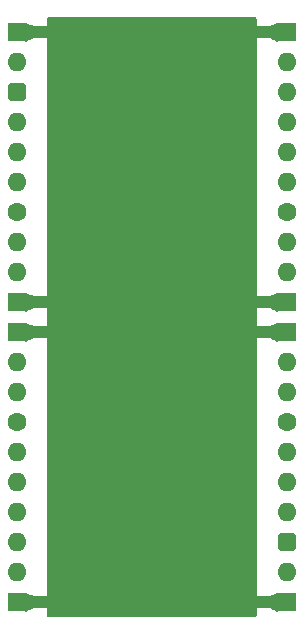
<source format=gbl>
%TF.GenerationSoftware,KiCad,Pcbnew,8.0.7*%
%TF.CreationDate,2025-04-28T07:19:04+02:00*%
%TF.ProjectId,Signal Protection,5369676e-616c-4205-9072-6f7465637469,V1*%
%TF.SameCoordinates,Original*%
%TF.FileFunction,Copper,L2,Bot*%
%TF.FilePolarity,Positive*%
%FSLAX46Y46*%
G04 Gerber Fmt 4.6, Leading zero omitted, Abs format (unit mm)*
G04 Created by KiCad (PCBNEW 8.0.7) date 2025-04-28 07:19:04*
%MOMM*%
%LPD*%
G01*
G04 APERTURE LIST*
G04 Aperture macros list*
%AMRoundRect*
0 Rectangle with rounded corners*
0 $1 Rounding radius*
0 $2 $3 $4 $5 $6 $7 $8 $9 X,Y pos of 4 corners*
0 Add a 4 corners polygon primitive as box body*
4,1,4,$2,$3,$4,$5,$6,$7,$8,$9,$2,$3,0*
0 Add four circle primitives for the rounded corners*
1,1,$1+$1,$2,$3*
1,1,$1+$1,$4,$5*
1,1,$1+$1,$6,$7*
1,1,$1+$1,$8,$9*
0 Add four rect primitives between the rounded corners*
20,1,$1+$1,$2,$3,$4,$5,0*
20,1,$1+$1,$4,$5,$6,$7,0*
20,1,$1+$1,$6,$7,$8,$9,0*
20,1,$1+$1,$8,$9,$2,$3,0*%
G04 Aperture macros list end*
%TA.AperFunction,ComponentPad*%
%ADD10R,1.600000X1.600000*%
%TD*%
%TA.AperFunction,ComponentPad*%
%ADD11O,1.600000X1.600000*%
%TD*%
%TA.AperFunction,ComponentPad*%
%ADD12RoundRect,0.400000X-0.400000X-0.400000X0.400000X-0.400000X0.400000X0.400000X-0.400000X0.400000X0*%
%TD*%
%TA.AperFunction,ComponentPad*%
%ADD13C,1.600000*%
%TD*%
%TA.AperFunction,ViaPad*%
%ADD14C,0.800000*%
%TD*%
%TA.AperFunction,Conductor*%
%ADD15C,1.000000*%
%TD*%
%TA.AperFunction,Conductor*%
%ADD16C,0.300000*%
%TD*%
G04 APERTURE END LIST*
D10*
%TO.P,J4,1,Pin_1*%
%TO.N,/GND*%
X0Y0D03*
D11*
%TO.P,J4,2,Pin_2*%
%TO.N,/GPIO0*%
X0Y-2540000D03*
D12*
%TO.P,J4,3,Pin_3*%
%TO.N,/GPIO1*%
X0Y-5080000D03*
D11*
%TO.P,J4,4,Pin_4*%
%TO.N,/GPIO2*%
X0Y-7620000D03*
%TO.P,J4,5,Pin_5*%
%TO.N,/GPIO3*%
X0Y-10160000D03*
%TO.P,J4,6,Pin_6*%
%TO.N,/GPIO4*%
X0Y-12700000D03*
D13*
%TO.P,J4,7,Pin_7*%
%TO.N,/GPIO5*%
X0Y-15240000D03*
D11*
%TO.P,J4,8,Pin_8*%
%TO.N,/GPIO6*%
X0Y-17780000D03*
%TO.P,J4,9,Pin_9*%
%TO.N,/GPIO7*%
X0Y-20320000D03*
D10*
%TO.P,J4,10,Pin_10*%
%TO.N,/GND*%
X0Y-22860000D03*
%TO.P,J4,11,Pin_11*%
X0Y-25400000D03*
D11*
%TO.P,J4,12,Pin_12*%
%TO.N,/GPIO8*%
X0Y-27940000D03*
%TO.P,J4,13,Pin_13*%
%TO.N,/GPIO9*%
X0Y-30480000D03*
D13*
%TO.P,J4,14,Pin_14*%
%TO.N,/GPIO10*%
X0Y-33020000D03*
D11*
%TO.P,J4,15,Pin_15*%
%TO.N,/GPIO11*%
X0Y-35560000D03*
%TO.P,J4,16,Pin_16*%
%TO.N,/GPIO12*%
X0Y-38100000D03*
%TO.P,J4,17,Pin_17*%
%TO.N,/GPIO13*%
X0Y-40640000D03*
%TO.P,J4,18,Pin_18*%
%TO.N,/GPIO14*%
X0Y-43180000D03*
%TO.P,J4,19,Pin_19*%
%TO.N,/GPIO15*%
X0Y-45720000D03*
D10*
%TO.P,J4,20,Pin_20*%
%TO.N,/GND*%
X0Y-48260000D03*
%TO.P,J4,21,Pin_21*%
X22860000Y-48260000D03*
D11*
%TO.P,J4,22,Pin_22*%
%TO.N,/GPIO_{\u03A9}15*%
X22860000Y-45720000D03*
D12*
%TO.P,J4,23,Pin_23*%
%TO.N,/GPIO_{\u03A9}14*%
X22860000Y-43180000D03*
D11*
%TO.P,J4,24,Pin_24*%
%TO.N,/GPIO_{\u03A9}13*%
X22860000Y-40640000D03*
%TO.P,J4,25,Pin_25*%
%TO.N,/GPIO_{\u03A9}12*%
X22860000Y-38100000D03*
%TO.P,J4,26,Pin_26*%
%TO.N,/GPIO_{\u03A9}11*%
X22860000Y-35560000D03*
D13*
%TO.P,J4,27,Pin_27*%
%TO.N,/GPIO_{\u03A9}10*%
X22860000Y-33020000D03*
D11*
%TO.P,J4,28,Pin_28*%
%TO.N,/GPIO_{\u03A9}9*%
X22860000Y-30480000D03*
%TO.P,J4,29,Pin_29*%
%TO.N,/GPIO_{\u03A9}8*%
X22860000Y-27940000D03*
D10*
%TO.P,J4,30,Pin_30*%
%TO.N,/GND*%
X22860000Y-25400000D03*
%TO.P,J4,31,Pin_31*%
X22860000Y-22860000D03*
D11*
%TO.P,J4,32,Pin_32*%
%TO.N,/GPIO_{\u03A9}7*%
X22860000Y-20320000D03*
%TO.P,J4,33,Pin_33*%
%TO.N,/GPIO_{\u03A9}6*%
X22860000Y-17780000D03*
D13*
%TO.P,J4,34,Pin_34*%
%TO.N,/GPIO_{\u03A9}5*%
X22860000Y-15240000D03*
D11*
%TO.P,J4,35,Pin_35*%
%TO.N,/GPIO_{\u03A9}4*%
X22860000Y-12700000D03*
%TO.P,J4,36,Pin_36*%
%TO.N,/GPIO_{\u03A9}3*%
X22860000Y-10160000D03*
%TO.P,J4,37,Pin_37*%
%TO.N,/GPIO_{\u03A9}2*%
X22860000Y-7620000D03*
%TO.P,J4,38,Pin_38*%
%TO.N,/GPIO_{\u03A9}1*%
X22860000Y-5080000D03*
%TO.P,J4,39,Pin_39*%
%TO.N,/GPIO_{\u03A9}0*%
X22860000Y-2540000D03*
D10*
%TO.P,J4,40,Pin_40*%
%TO.N,/GND*%
X22860000Y0D03*
%TD*%
D14*
%TO.N,/GND*%
X19558000Y-27940000D03*
X19558000Y-12700000D03*
X5969000Y-44450000D03*
X19558000Y-15240000D03*
X19558000Y-35560000D03*
X19558000Y-30480000D03*
X19558000Y-20320000D03*
X5969000Y-39370000D03*
X5969000Y-34290000D03*
X5969000Y-8890000D03*
X19558000Y-33020000D03*
X19558000Y-40640000D03*
X19558000Y-43180000D03*
X19558000Y-17790000D03*
X5969000Y-3810000D03*
X5969000Y-24130000D03*
X5969000Y-13970000D03*
X19558000Y-5080000D03*
X19558002Y-7620000D03*
X19558004Y-10160000D03*
X5969000Y-18923000D03*
X19558000Y-2540000D03*
X19558000Y-38100000D03*
X19558000Y-24130000D03*
X5969000Y-29210000D03*
X19558008Y-45720000D03*
%TD*%
D15*
%TO.N,/GND*%
X19685000Y-25527000D02*
G75*
G03*
X19685000Y-25273000I-127000J127000D01*
G01*
X19991605Y-25400000D02*
G75*
G03*
X19684998Y-25526998I-5J-433600D01*
G01*
X19685000Y-25273000D02*
G75*
G03*
X19991605Y-25399998I306600J306600D01*
G01*
X19685000Y-22987000D02*
G75*
G03*
X19685000Y-22733000I-127000J127000D01*
G01*
X19991605Y-22860000D02*
G75*
G03*
X19684998Y-22986998I-5J-433600D01*
G01*
X19685000Y-22733000D02*
G75*
G03*
X19991605Y-22859998I306600J306600D01*
G01*
X5969000Y-45529500D02*
G75*
G02*
X5205678Y-47372321I-2606140J0D01*
G01*
X5969000Y-21342382D02*
G75*
G02*
X5524499Y-22415499I-1517620J2D01*
G01*
X19685000Y-22987000D02*
G75*
G03*
X19558002Y-23293605I306600J-306600D01*
G01*
X19685000Y-25527000D02*
G75*
G03*
X19558002Y-25833605I306600J-306600D01*
G01*
X19991605Y0D02*
G75*
G03*
X19684999Y-126998I-5J-433600D01*
G01*
X5834296Y-23614296D02*
G75*
G02*
X5969002Y-23939500I-325196J-325204D01*
G01*
X19685000Y-126999D02*
G75*
G03*
X19558001Y-433605I306600J-306601D01*
G01*
X5143500Y-47434500D02*
G75*
G02*
X3150566Y-48260003I-1992940J1992940D01*
G01*
X5524500Y-444500D02*
G75*
G02*
X5968993Y-1517617I-1073100J-1073100D01*
G01*
X4451382Y-22860000D02*
G75*
G03*
X5524505Y-22415505I18J1517600D01*
G01*
X5524500Y-23304500D02*
G75*
G03*
X4451382Y-22860007I-1073100J-1073100D01*
G01*
X5524500Y-22415500D02*
G75*
G03*
X5524500Y-23304500I444500J-444500D01*
G01*
X19558008Y-47826408D02*
G75*
G03*
X19685008Y-48133000I433592J8D01*
G01*
X19558000Y-24966394D02*
G75*
G03*
X19684998Y-25273002I433600J-6D01*
G01*
X5588000Y-25781000D02*
G75*
G02*
X5968994Y-26700815I-919800J-919800D01*
G01*
X4668184Y-25400000D02*
G75*
G03*
X5588005Y-25019005I16J1300800D01*
G01*
X5588000Y-25781000D02*
G75*
G03*
X4668184Y-25400006I-919800J-919800D01*
G01*
X5587999Y-25018999D02*
G75*
G03*
X5587999Y-25781001I381001J-381001D01*
G01*
X19558000Y-22426394D02*
G75*
G03*
X19684998Y-22733002I433600J-6D01*
G01*
X5524500Y-444500D02*
G75*
G03*
X4451382Y-7I-1073100J-1073100D01*
G01*
X19685004Y-48133004D02*
G75*
G03*
X19991599Y-48259998I306596J306604D01*
G01*
X5969000Y-24384000D02*
G75*
G02*
X5789392Y-24817603I-613200J0D01*
G01*
X5587999Y-25018999D02*
X5789394Y-24817605D01*
X5969000Y-24130000D02*
X5969000Y-24384000D01*
X5969000Y-24130000D02*
X5969000Y-23939500D01*
X5834296Y-23614296D02*
X5524500Y-23304500D01*
X5969000Y-21342382D02*
X5969000Y-18923000D01*
X4451382Y-22860000D02*
X0Y-22860000D01*
X5969000Y-29210000D02*
X5969000Y-26700815D01*
X4668184Y-25400000D02*
X0Y-25400000D01*
X19558000Y-20320000D02*
X19558000Y-22426394D01*
X19558000Y-23293605D02*
X19558000Y-24130000D01*
X19991605Y-22860000D02*
X22860000Y-22860000D01*
X5969000Y-3810000D02*
X5969000Y-1517617D01*
X4451382Y0D02*
X0Y0D01*
X19558000Y-2540000D02*
X19558000Y-433605D01*
X19991605Y0D02*
X22860000Y0D01*
D16*
X19558000Y-5080000D02*
X19558000Y-2540000D01*
X19558002Y-5080002D02*
X19558000Y-5080000D01*
X19558002Y-7620000D02*
X19558002Y-5080002D01*
X19558004Y-7620002D02*
X19558002Y-7620000D01*
X19558004Y-10160000D02*
X19558004Y-7620002D01*
X19558000Y-10160004D02*
X19558000Y-12700000D01*
X19558000Y-10160004D02*
X19558004Y-10160000D01*
X19558000Y-15240000D02*
X19558000Y-12700000D01*
X19558000Y-15240000D02*
X19558000Y-17790000D01*
X19558000Y-20320000D02*
X19558000Y-17790000D01*
D15*
X19558000Y-24130000D02*
X19558000Y-24966394D01*
X19558000Y-27940000D02*
X19558000Y-25833605D01*
X19991605Y-25400000D02*
X22860000Y-25400000D01*
D16*
X19558000Y-27940000D02*
X19558000Y-30480000D01*
X19558000Y-33020000D02*
X19558000Y-30480000D01*
X19558000Y-33020000D02*
X19558000Y-35560000D01*
X19558000Y-35560000D02*
X19558000Y-38100000D01*
X19558000Y-40640000D02*
X19558000Y-38100000D01*
X19558000Y-43180000D02*
X19558000Y-40640000D01*
X19558008Y-43180008D02*
X19558008Y-45720000D01*
X19558008Y-43180008D02*
X19558000Y-43180000D01*
D15*
X19558008Y-45720000D02*
X19558008Y-47826408D01*
X19991599Y-48260000D02*
X22860000Y-48260000D01*
X5205678Y-47372321D02*
X5143500Y-47434500D01*
X3150566Y-48260000D02*
X0Y-48260000D01*
X5969000Y-44450000D02*
X5969000Y-45529500D01*
D16*
X5969000Y-39370000D02*
X5969000Y-34290000D01*
X5969000Y-44450000D02*
X5969000Y-39370000D01*
X5969000Y-34290000D02*
X5969000Y-29210000D01*
X5969000Y-13970000D02*
X5969000Y-8890000D01*
X5969000Y-8890000D02*
X5969000Y-3810000D01*
X5969000Y-13970000D02*
X5969000Y-18923000D01*
%TD*%
%TA.AperFunction,Conductor*%
%TO.N,/GND*%
G36*
X20245500Y1250038D02*
G01*
X20300038Y1195500D01*
X20320000Y1121000D01*
X20320000Y-49381000D01*
X20300038Y-49455500D01*
X20245500Y-49510038D01*
X20171000Y-49530000D01*
X2689000Y-49530000D01*
X2614500Y-49510038D01*
X2559962Y-49455500D01*
X2540000Y-49381000D01*
X2540000Y1121000D01*
X2559962Y1195500D01*
X2614500Y1250038D01*
X2689000Y1270000D01*
X20171000Y1270000D01*
X20245500Y1250038D01*
G37*
%TD.AperFunction*%
%TD*%
%TA.AperFunction,Conductor*%
%TO.N,/GND*%
G36*
X807825Y-22064695D02*
G01*
X960000Y-22156000D01*
X1120000Y-22234000D01*
X1120003Y-22234001D01*
X1120007Y-22234003D01*
X1199999Y-22264000D01*
X1279999Y-22294000D01*
X1439999Y-22336000D01*
X1590036Y-22358505D01*
X1597709Y-22363122D01*
X1600000Y-22370076D01*
X1600000Y-23349923D01*
X1596573Y-23358196D01*
X1590036Y-23361494D01*
X1470385Y-23379442D01*
X1439999Y-23384000D01*
X1279999Y-23426000D01*
X1279997Y-23426000D01*
X1279992Y-23426002D01*
X1120007Y-23485996D01*
X960008Y-23563995D01*
X807828Y-23655303D01*
X798970Y-23656621D01*
X793540Y-23653548D01*
X625778Y-23485996D01*
X7287Y-22868277D01*
X3856Y-22860007D01*
X7278Y-22851732D01*
X7288Y-22851722D01*
X489536Y-22370076D01*
X793541Y-22066450D01*
X801815Y-22063029D01*
X807825Y-22064695D01*
G37*
%TD.AperFunction*%
%TD*%
%TA.AperFunction,Conductor*%
%TO.N,/GND*%
G36*
X807825Y-24604695D02*
G01*
X960000Y-24696000D01*
X1120000Y-24774000D01*
X1120003Y-24774001D01*
X1120007Y-24774003D01*
X1199999Y-24804000D01*
X1279999Y-24834000D01*
X1439999Y-24876000D01*
X1590036Y-24898505D01*
X1597709Y-24903122D01*
X1600000Y-24910076D01*
X1600000Y-25889923D01*
X1596573Y-25898196D01*
X1590036Y-25901494D01*
X1470385Y-25919442D01*
X1439999Y-25924000D01*
X1279999Y-25966000D01*
X1279997Y-25966000D01*
X1279992Y-25966002D01*
X1120007Y-26025996D01*
X960008Y-26103995D01*
X807828Y-26195303D01*
X798970Y-26196621D01*
X793540Y-26193548D01*
X625778Y-26025996D01*
X7287Y-25408277D01*
X3856Y-25400007D01*
X7278Y-25391732D01*
X7288Y-25391722D01*
X489536Y-24910076D01*
X793541Y-24606450D01*
X801815Y-24603029D01*
X807825Y-24604695D01*
G37*
%TD.AperFunction*%
%TD*%
%TA.AperFunction,Conductor*%
%TO.N,/GND*%
G36*
X22066459Y-22066451D02*
G01*
X22852711Y-22851722D01*
X22856143Y-22859993D01*
X22852721Y-22868268D01*
X22852711Y-22868278D01*
X22066459Y-23653548D01*
X22058184Y-23656970D01*
X22052172Y-23655303D01*
X21899999Y-23564000D01*
X21899995Y-23563998D01*
X21899990Y-23563995D01*
X21739991Y-23485996D01*
X21580006Y-23426002D01*
X21580003Y-23426001D01*
X21580000Y-23426000D01*
X21420000Y-23384000D01*
X21369986Y-23376498D01*
X21269964Y-23361494D01*
X21262291Y-23356877D01*
X21260000Y-23349923D01*
X21260000Y-22370076D01*
X21263427Y-22361803D01*
X21269962Y-22358505D01*
X21420000Y-22336000D01*
X21580000Y-22294000D01*
X21739999Y-22234000D01*
X21899999Y-22156000D01*
X22052174Y-22064695D01*
X22061029Y-22063378D01*
X22066459Y-22066451D01*
G37*
%TD.AperFunction*%
%TD*%
%TA.AperFunction,Conductor*%
%TO.N,/GND*%
G36*
X807828Y795303D02*
G01*
X960008Y703995D01*
X1120007Y625996D01*
X1279992Y566002D01*
X1279997Y566000D01*
X1279999Y566000D01*
X1439999Y524000D01*
X1470385Y519442D01*
X1590036Y501494D01*
X1597709Y496877D01*
X1600000Y489923D01*
X1600000Y-489923D01*
X1596573Y-498196D01*
X1590036Y-501494D01*
X1470385Y-519442D01*
X1439999Y-524000D01*
X1279999Y-565999D01*
X1279997Y-565999D01*
X1279992Y-566001D01*
X1120007Y-625996D01*
X960008Y-703995D01*
X807828Y-795303D01*
X798970Y-796621D01*
X793540Y-793548D01*
X625778Y-625996D01*
X7287Y-8277D01*
X3856Y-7D01*
X7278Y8268D01*
X7288Y8278D01*
X565708Y566000D01*
X793540Y793548D01*
X801815Y796970D01*
X807828Y795303D01*
G37*
%TD.AperFunction*%
%TD*%
%TA.AperFunction,Conductor*%
%TO.N,/GND*%
G36*
X22066459Y793548D02*
G01*
X22852711Y8278D01*
X22856143Y7D01*
X22852721Y-8268D01*
X22852711Y-8278D01*
X22066459Y-793548D01*
X22058184Y-796970D01*
X22052172Y-795303D01*
X21899999Y-704000D01*
X21899995Y-703998D01*
X21899990Y-703995D01*
X21739991Y-625996D01*
X21580006Y-566002D01*
X21580003Y-566001D01*
X21580000Y-566000D01*
X21420000Y-524000D01*
X21369986Y-516498D01*
X21269964Y-501494D01*
X21262291Y-496877D01*
X21260000Y-489923D01*
X21260000Y489923D01*
X21263427Y498196D01*
X21269964Y501494D01*
X21369986Y516498D01*
X21420000Y524000D01*
X21580000Y565999D01*
X21580003Y566000D01*
X21580006Y566001D01*
X21739991Y625996D01*
X21899990Y703995D01*
X21899995Y703998D01*
X21899999Y704000D01*
X22052171Y795303D01*
X22061029Y796621D01*
X22066459Y793548D01*
G37*
%TD.AperFunction*%
%TD*%
%TA.AperFunction,Conductor*%
%TO.N,/GND*%
G36*
X19927552Y-2693073D02*
G01*
X19854522Y-2848744D01*
X19793799Y-2958746D01*
X19747635Y-3055605D01*
X19718284Y-3171847D01*
X19708000Y-3340000D01*
X19408000Y-3340000D01*
X19397715Y-3171847D01*
X19368364Y-3055605D01*
X19322200Y-2958746D01*
X19261477Y-2848744D01*
X19188448Y-2693073D01*
X19558000Y-2539000D01*
X19927552Y-2693073D01*
G37*
%TD.AperFunction*%
%TD*%
%TA.AperFunction,Conductor*%
%TO.N,/GND*%
G36*
X19718284Y-4448152D02*
G01*
X19747635Y-4564394D01*
X19793799Y-4661252D01*
X19854522Y-4771254D01*
X19927552Y-4926927D01*
X19558000Y-5081000D01*
X19188448Y-4926927D01*
X19261477Y-4771254D01*
X19322200Y-4661252D01*
X19368364Y-4564394D01*
X19397715Y-4448152D01*
X19408000Y-4280000D01*
X19708000Y-4280000D01*
X19718284Y-4448152D01*
G37*
%TD.AperFunction*%
%TD*%
%TA.AperFunction,Conductor*%
%TO.N,/GND*%
G36*
X19718286Y-6988152D02*
G01*
X19747637Y-7104394D01*
X19793801Y-7201252D01*
X19854524Y-7311254D01*
X19927554Y-7466927D01*
X19558002Y-7621000D01*
X19188450Y-7466927D01*
X19261479Y-7311254D01*
X19322202Y-7201252D01*
X19368366Y-7104394D01*
X19397717Y-6988152D01*
X19408002Y-6820000D01*
X19708002Y-6820000D01*
X19718286Y-6988152D01*
G37*
%TD.AperFunction*%
%TD*%
%TA.AperFunction,Conductor*%
%TO.N,/GND*%
G36*
X19927552Y-5233073D02*
G01*
X19854523Y-5388744D01*
X19793800Y-5498746D01*
X19747636Y-5595605D01*
X19718286Y-5711847D01*
X19708002Y-5880000D01*
X19408002Y-5880000D01*
X19397717Y-5711847D01*
X19368365Y-5595605D01*
X19322201Y-5498746D01*
X19261477Y-5388744D01*
X19188448Y-5233073D01*
X19558000Y-5079000D01*
X19927552Y-5233073D01*
G37*
%TD.AperFunction*%
%TD*%
%TA.AperFunction,Conductor*%
%TO.N,/GND*%
G36*
X19927554Y-7773073D02*
G01*
X19854525Y-7928744D01*
X19793802Y-8038746D01*
X19747638Y-8135605D01*
X19718288Y-8251847D01*
X19708004Y-8420000D01*
X19408004Y-8420000D01*
X19397719Y-8251847D01*
X19368367Y-8135605D01*
X19322203Y-8038746D01*
X19261479Y-7928744D01*
X19188450Y-7773073D01*
X19558002Y-7619000D01*
X19927554Y-7773073D01*
G37*
%TD.AperFunction*%
%TD*%
%TA.AperFunction,Conductor*%
%TO.N,/GND*%
G36*
X19718288Y-9528152D02*
G01*
X19747639Y-9644394D01*
X19793803Y-9741252D01*
X19854526Y-9851254D01*
X19927556Y-10006927D01*
X19558004Y-10161000D01*
X19188452Y-10006927D01*
X19261481Y-9851254D01*
X19322204Y-9741252D01*
X19368368Y-9644394D01*
X19397719Y-9528152D01*
X19408004Y-9360000D01*
X19708004Y-9360000D01*
X19718288Y-9528152D01*
G37*
%TD.AperFunction*%
%TD*%
%TA.AperFunction,Conductor*%
%TO.N,/GND*%
G36*
X19927556Y-10313073D02*
G01*
X19854526Y-10468744D01*
X19793801Y-10578746D01*
X19747636Y-10675604D01*
X19718284Y-10791846D01*
X19708000Y-10959999D01*
X19408000Y-10959999D01*
X19397715Y-10791846D01*
X19368365Y-10675604D01*
X19322202Y-10578746D01*
X19261480Y-10468744D01*
X19188452Y-10313073D01*
X19558004Y-10159000D01*
X19927556Y-10313073D01*
G37*
%TD.AperFunction*%
%TD*%
%TA.AperFunction,Conductor*%
%TO.N,/GND*%
G36*
X19718284Y-12068152D02*
G01*
X19747635Y-12184394D01*
X19793799Y-12281252D01*
X19854522Y-12391254D01*
X19927552Y-12546927D01*
X19558000Y-12701000D01*
X19188448Y-12546927D01*
X19261477Y-12391254D01*
X19322200Y-12281252D01*
X19368364Y-12184394D01*
X19397715Y-12068152D01*
X19408000Y-11900000D01*
X19708000Y-11900000D01*
X19718284Y-12068152D01*
G37*
%TD.AperFunction*%
%TD*%
%TA.AperFunction,Conductor*%
%TO.N,/GND*%
G36*
X19718284Y-14608152D02*
G01*
X19747635Y-14724394D01*
X19793799Y-14821252D01*
X19854522Y-14931254D01*
X19927552Y-15086927D01*
X19558000Y-15241000D01*
X19188448Y-15086927D01*
X19261477Y-14931254D01*
X19322200Y-14821252D01*
X19368364Y-14724394D01*
X19397715Y-14608152D01*
X19408000Y-14440000D01*
X19708000Y-14440000D01*
X19718284Y-14608152D01*
G37*
%TD.AperFunction*%
%TD*%
%TA.AperFunction,Conductor*%
%TO.N,/GND*%
G36*
X19927552Y-12853073D02*
G01*
X19854522Y-13008744D01*
X19793799Y-13118746D01*
X19747635Y-13215605D01*
X19718284Y-13331847D01*
X19708000Y-13500000D01*
X19408000Y-13500000D01*
X19397715Y-13331847D01*
X19368364Y-13215605D01*
X19322200Y-13118746D01*
X19261477Y-13008744D01*
X19188448Y-12853073D01*
X19558000Y-12699000D01*
X19927552Y-12853073D01*
G37*
%TD.AperFunction*%
%TD*%
%TA.AperFunction,Conductor*%
%TO.N,/GND*%
G36*
X19927552Y-15393073D02*
G01*
X19854522Y-15548744D01*
X19793799Y-15658746D01*
X19747635Y-15755605D01*
X19718284Y-15871847D01*
X19708000Y-16040000D01*
X19408000Y-16040000D01*
X19397715Y-15871847D01*
X19368364Y-15755605D01*
X19322200Y-15658746D01*
X19261477Y-15548744D01*
X19188448Y-15393073D01*
X19558000Y-15239000D01*
X19927552Y-15393073D01*
G37*
%TD.AperFunction*%
%TD*%
%TA.AperFunction,Conductor*%
%TO.N,/GND*%
G36*
X19718284Y-17158152D02*
G01*
X19747635Y-17274394D01*
X19793799Y-17371252D01*
X19854522Y-17481254D01*
X19927552Y-17636927D01*
X19558000Y-17791000D01*
X19188448Y-17636927D01*
X19261477Y-17481254D01*
X19322200Y-17371252D01*
X19368364Y-17274394D01*
X19397715Y-17158152D01*
X19408000Y-16990000D01*
X19708000Y-16990000D01*
X19718284Y-17158152D01*
G37*
%TD.AperFunction*%
%TD*%
%TA.AperFunction,Conductor*%
%TO.N,/GND*%
G36*
X19718284Y-19688152D02*
G01*
X19747635Y-19804394D01*
X19793799Y-19901252D01*
X19854522Y-20011254D01*
X19927552Y-20166927D01*
X19558000Y-20321000D01*
X19188448Y-20166927D01*
X19261477Y-20011254D01*
X19322200Y-19901252D01*
X19368364Y-19804394D01*
X19397715Y-19688152D01*
X19408000Y-19520000D01*
X19708000Y-19520000D01*
X19718284Y-19688152D01*
G37*
%TD.AperFunction*%
%TD*%
%TA.AperFunction,Conductor*%
%TO.N,/GND*%
G36*
X19927552Y-17943073D02*
G01*
X19854522Y-18098744D01*
X19793799Y-18208746D01*
X19747635Y-18305605D01*
X19718284Y-18421847D01*
X19708000Y-18590000D01*
X19408000Y-18590000D01*
X19397715Y-18421847D01*
X19368364Y-18305605D01*
X19322200Y-18208746D01*
X19261477Y-18098744D01*
X19188448Y-17943073D01*
X19558000Y-17789000D01*
X19927552Y-17943073D01*
G37*
%TD.AperFunction*%
%TD*%
%TA.AperFunction,Conductor*%
%TO.N,/GND*%
G36*
X22066459Y-24606451D02*
G01*
X22852711Y-25391722D01*
X22856143Y-25399993D01*
X22852721Y-25408268D01*
X22852711Y-25408278D01*
X22066459Y-26193548D01*
X22058184Y-26196970D01*
X22052172Y-26195303D01*
X21899999Y-26104000D01*
X21899995Y-26103998D01*
X21899990Y-26103995D01*
X21739991Y-26025996D01*
X21580006Y-25966002D01*
X21580003Y-25966001D01*
X21580000Y-25966000D01*
X21420000Y-25924000D01*
X21369986Y-25916498D01*
X21269964Y-25901494D01*
X21262291Y-25896877D01*
X21260000Y-25889923D01*
X21260000Y-24910076D01*
X21263427Y-24901803D01*
X21269962Y-24898505D01*
X21420000Y-24876000D01*
X21580000Y-24834000D01*
X21739999Y-24774000D01*
X21899999Y-24696000D01*
X22052174Y-24604695D01*
X22061029Y-24603378D01*
X22066459Y-24606451D01*
G37*
%TD.AperFunction*%
%TD*%
%TA.AperFunction,Conductor*%
%TO.N,/GND*%
G36*
X19927552Y-28093073D02*
G01*
X19854522Y-28248744D01*
X19793799Y-28358746D01*
X19747635Y-28455605D01*
X19718284Y-28571847D01*
X19708000Y-28740000D01*
X19408000Y-28740000D01*
X19397715Y-28571847D01*
X19368364Y-28455605D01*
X19322200Y-28358746D01*
X19261477Y-28248744D01*
X19188448Y-28093073D01*
X19558000Y-27939000D01*
X19927552Y-28093073D01*
G37*
%TD.AperFunction*%
%TD*%
%TA.AperFunction,Conductor*%
%TO.N,/GND*%
G36*
X19718284Y-29848152D02*
G01*
X19747635Y-29964394D01*
X19793799Y-30061252D01*
X19854522Y-30171254D01*
X19927552Y-30326927D01*
X19558000Y-30481000D01*
X19188448Y-30326927D01*
X19261477Y-30171254D01*
X19322200Y-30061252D01*
X19368364Y-29964394D01*
X19397715Y-29848152D01*
X19408000Y-29680000D01*
X19708000Y-29680000D01*
X19718284Y-29848152D01*
G37*
%TD.AperFunction*%
%TD*%
%TA.AperFunction,Conductor*%
%TO.N,/GND*%
G36*
X19927552Y-30633073D02*
G01*
X19854522Y-30788744D01*
X19793799Y-30898746D01*
X19747635Y-30995605D01*
X19718284Y-31111847D01*
X19708000Y-31280000D01*
X19408000Y-31280000D01*
X19397715Y-31111847D01*
X19368364Y-30995605D01*
X19322200Y-30898746D01*
X19261477Y-30788744D01*
X19188448Y-30633073D01*
X19558000Y-30479000D01*
X19927552Y-30633073D01*
G37*
%TD.AperFunction*%
%TD*%
%TA.AperFunction,Conductor*%
%TO.N,/GND*%
G36*
X19718284Y-32388152D02*
G01*
X19747635Y-32504394D01*
X19793799Y-32601252D01*
X19854522Y-32711254D01*
X19927552Y-32866927D01*
X19558000Y-33021000D01*
X19188448Y-32866927D01*
X19261477Y-32711254D01*
X19322200Y-32601252D01*
X19368364Y-32504394D01*
X19397715Y-32388152D01*
X19408000Y-32220000D01*
X19708000Y-32220000D01*
X19718284Y-32388152D01*
G37*
%TD.AperFunction*%
%TD*%
%TA.AperFunction,Conductor*%
%TO.N,/GND*%
G36*
X19718284Y-34928152D02*
G01*
X19747635Y-35044394D01*
X19793799Y-35141252D01*
X19854522Y-35251254D01*
X19927552Y-35406927D01*
X19558000Y-35561000D01*
X19188448Y-35406927D01*
X19261477Y-35251254D01*
X19322200Y-35141252D01*
X19368364Y-35044394D01*
X19397715Y-34928152D01*
X19408000Y-34760000D01*
X19708000Y-34760000D01*
X19718284Y-34928152D01*
G37*
%TD.AperFunction*%
%TD*%
%TA.AperFunction,Conductor*%
%TO.N,/GND*%
G36*
X19927552Y-33173073D02*
G01*
X19854522Y-33328744D01*
X19793799Y-33438746D01*
X19747635Y-33535605D01*
X19718284Y-33651847D01*
X19708000Y-33820000D01*
X19408000Y-33820000D01*
X19397715Y-33651847D01*
X19368364Y-33535605D01*
X19322200Y-33438746D01*
X19261477Y-33328744D01*
X19188448Y-33173073D01*
X19558000Y-33019000D01*
X19927552Y-33173073D01*
G37*
%TD.AperFunction*%
%TD*%
%TA.AperFunction,Conductor*%
%TO.N,/GND*%
G36*
X19927552Y-35713073D02*
G01*
X19854522Y-35868744D01*
X19793799Y-35978746D01*
X19747635Y-36075605D01*
X19718284Y-36191847D01*
X19708000Y-36360000D01*
X19408000Y-36360000D01*
X19397715Y-36191847D01*
X19368364Y-36075605D01*
X19322200Y-35978746D01*
X19261477Y-35868744D01*
X19188448Y-35713073D01*
X19558000Y-35559000D01*
X19927552Y-35713073D01*
G37*
%TD.AperFunction*%
%TD*%
%TA.AperFunction,Conductor*%
%TO.N,/GND*%
G36*
X19718284Y-37468152D02*
G01*
X19747635Y-37584394D01*
X19793799Y-37681252D01*
X19854522Y-37791254D01*
X19927552Y-37946927D01*
X19558000Y-38101000D01*
X19188448Y-37946927D01*
X19261477Y-37791254D01*
X19322200Y-37681252D01*
X19368364Y-37584394D01*
X19397715Y-37468152D01*
X19408000Y-37300000D01*
X19708000Y-37300000D01*
X19718284Y-37468152D01*
G37*
%TD.AperFunction*%
%TD*%
%TA.AperFunction,Conductor*%
%TO.N,/GND*%
G36*
X19718284Y-40008152D02*
G01*
X19747635Y-40124394D01*
X19793799Y-40221252D01*
X19854522Y-40331254D01*
X19927552Y-40486927D01*
X19558000Y-40641000D01*
X19188448Y-40486927D01*
X19261477Y-40331254D01*
X19322200Y-40221252D01*
X19368364Y-40124394D01*
X19397715Y-40008152D01*
X19408000Y-39840000D01*
X19708000Y-39840000D01*
X19718284Y-40008152D01*
G37*
%TD.AperFunction*%
%TD*%
%TA.AperFunction,Conductor*%
%TO.N,/GND*%
G36*
X19927552Y-38253073D02*
G01*
X19854522Y-38408744D01*
X19793799Y-38518746D01*
X19747635Y-38615605D01*
X19718284Y-38731847D01*
X19708000Y-38900000D01*
X19408000Y-38900000D01*
X19397715Y-38731847D01*
X19368364Y-38615605D01*
X19322200Y-38518746D01*
X19261477Y-38408744D01*
X19188448Y-38253073D01*
X19558000Y-38099000D01*
X19927552Y-38253073D01*
G37*
%TD.AperFunction*%
%TD*%
%TA.AperFunction,Conductor*%
%TO.N,/GND*%
G36*
X19718284Y-42548152D02*
G01*
X19747635Y-42664394D01*
X19793799Y-42761252D01*
X19854522Y-42871254D01*
X19927552Y-43026927D01*
X19558000Y-43181000D01*
X19188448Y-43026927D01*
X19261477Y-42871254D01*
X19322200Y-42761252D01*
X19368364Y-42664394D01*
X19397715Y-42548152D01*
X19408000Y-42380000D01*
X19708000Y-42380000D01*
X19718284Y-42548152D01*
G37*
%TD.AperFunction*%
%TD*%
%TA.AperFunction,Conductor*%
%TO.N,/GND*%
G36*
X19927552Y-40793073D02*
G01*
X19854522Y-40948744D01*
X19793799Y-41058746D01*
X19747635Y-41155605D01*
X19718284Y-41271847D01*
X19708000Y-41440000D01*
X19408000Y-41440000D01*
X19397715Y-41271847D01*
X19368364Y-41155605D01*
X19322200Y-41058746D01*
X19261477Y-40948744D01*
X19188448Y-40793073D01*
X19558000Y-40639000D01*
X19927552Y-40793073D01*
G37*
%TD.AperFunction*%
%TD*%
%TA.AperFunction,Conductor*%
%TO.N,/GND*%
G36*
X19927552Y-43333073D02*
G01*
X19854523Y-43488743D01*
X19793802Y-43598745D01*
X19747640Y-43695604D01*
X19718291Y-43811846D01*
X19708008Y-43979998D01*
X19408008Y-43979998D01*
X19397722Y-43811845D01*
X19368369Y-43695603D01*
X19322203Y-43598745D01*
X19261477Y-43488744D01*
X19188448Y-43333073D01*
X19558000Y-43179000D01*
X19927552Y-43333073D01*
G37*
%TD.AperFunction*%
%TD*%
%TA.AperFunction,Conductor*%
%TO.N,/GND*%
G36*
X19718292Y-45088152D02*
G01*
X19747643Y-45204394D01*
X19793807Y-45301252D01*
X19854530Y-45411254D01*
X19927560Y-45566927D01*
X19558008Y-45721000D01*
X19188456Y-45566927D01*
X19261485Y-45411254D01*
X19322208Y-45301252D01*
X19368372Y-45204394D01*
X19397723Y-45088152D01*
X19408008Y-44920000D01*
X19708008Y-44920000D01*
X19718292Y-45088152D01*
G37*
%TD.AperFunction*%
%TD*%
%TA.AperFunction,Conductor*%
%TO.N,/GND*%
G36*
X22066459Y-47466451D02*
G01*
X22852711Y-48251722D01*
X22856143Y-48259993D01*
X22852721Y-48268268D01*
X22852711Y-48268278D01*
X22066459Y-49053548D01*
X22058184Y-49056970D01*
X22052172Y-49055303D01*
X21899999Y-48964000D01*
X21899995Y-48963998D01*
X21899990Y-48963995D01*
X21739991Y-48885996D01*
X21580006Y-48826002D01*
X21580003Y-48826001D01*
X21580000Y-48826000D01*
X21420000Y-48784000D01*
X21369986Y-48776498D01*
X21269964Y-48761494D01*
X21262291Y-48756877D01*
X21260000Y-48749923D01*
X21260000Y-47770076D01*
X21263427Y-47761803D01*
X21269962Y-47758505D01*
X21420000Y-47736000D01*
X21580000Y-47694000D01*
X21739999Y-47634000D01*
X21899999Y-47556000D01*
X22052174Y-47464695D01*
X22061029Y-47463378D01*
X22066459Y-47466451D01*
G37*
%TD.AperFunction*%
%TD*%
%TA.AperFunction,Conductor*%
%TO.N,/GND*%
G36*
X807825Y-47464695D02*
G01*
X960000Y-47556000D01*
X1120000Y-47634000D01*
X1120003Y-47634001D01*
X1120007Y-47634003D01*
X1199999Y-47664000D01*
X1279999Y-47694000D01*
X1439999Y-47736000D01*
X1590036Y-47758505D01*
X1597709Y-47763122D01*
X1600000Y-47770076D01*
X1600000Y-48749923D01*
X1596573Y-48758196D01*
X1590036Y-48761494D01*
X1470385Y-48779442D01*
X1439999Y-48784000D01*
X1279999Y-48826000D01*
X1279997Y-48826000D01*
X1279992Y-48826002D01*
X1120007Y-48885996D01*
X960008Y-48963995D01*
X807828Y-49055303D01*
X798970Y-49056621D01*
X793540Y-49053548D01*
X625778Y-48885996D01*
X7287Y-48268277D01*
X3856Y-48260007D01*
X7278Y-48251732D01*
X7288Y-48251722D01*
X489536Y-47770076D01*
X793541Y-47466450D01*
X801815Y-47463029D01*
X807825Y-47464695D01*
G37*
%TD.AperFunction*%
%TD*%
%TA.AperFunction,Conductor*%
%TO.N,/GND*%
G36*
X6338552Y-34443073D02*
G01*
X6265522Y-34598744D01*
X6204799Y-34708746D01*
X6158635Y-34805605D01*
X6129284Y-34921847D01*
X6119000Y-35090000D01*
X5819000Y-35090000D01*
X5808715Y-34921847D01*
X5779364Y-34805605D01*
X5733200Y-34708746D01*
X5672477Y-34598744D01*
X5599448Y-34443073D01*
X5969000Y-34289000D01*
X6338552Y-34443073D01*
G37*
%TD.AperFunction*%
%TD*%
%TA.AperFunction,Conductor*%
%TO.N,/GND*%
G36*
X6129284Y-38738152D02*
G01*
X6158635Y-38854394D01*
X6204799Y-38951252D01*
X6265522Y-39061254D01*
X6338552Y-39216927D01*
X5969000Y-39371000D01*
X5599448Y-39216927D01*
X5672477Y-39061254D01*
X5733200Y-38951252D01*
X5779364Y-38854394D01*
X5808715Y-38738152D01*
X5819000Y-38570000D01*
X6119000Y-38570000D01*
X6129284Y-38738152D01*
G37*
%TD.AperFunction*%
%TD*%
%TA.AperFunction,Conductor*%
%TO.N,/GND*%
G36*
X6129284Y-43818152D02*
G01*
X6158635Y-43934394D01*
X6204799Y-44031252D01*
X6265522Y-44141254D01*
X6338552Y-44296927D01*
X5969000Y-44451000D01*
X5599448Y-44296927D01*
X5672477Y-44141254D01*
X5733200Y-44031252D01*
X5779364Y-43934394D01*
X5808715Y-43818152D01*
X5819000Y-43650000D01*
X6119000Y-43650000D01*
X6129284Y-43818152D01*
G37*
%TD.AperFunction*%
%TD*%
%TA.AperFunction,Conductor*%
%TO.N,/GND*%
G36*
X6338552Y-39523073D02*
G01*
X6265522Y-39678744D01*
X6204799Y-39788746D01*
X6158635Y-39885605D01*
X6129284Y-40001847D01*
X6119000Y-40170000D01*
X5819000Y-40170000D01*
X5808715Y-40001847D01*
X5779364Y-39885605D01*
X5733200Y-39788746D01*
X5672477Y-39678744D01*
X5599448Y-39523073D01*
X5969000Y-39369000D01*
X6338552Y-39523073D01*
G37*
%TD.AperFunction*%
%TD*%
%TA.AperFunction,Conductor*%
%TO.N,/GND*%
G36*
X6338552Y-29363073D02*
G01*
X6265522Y-29518744D01*
X6204799Y-29628746D01*
X6158635Y-29725605D01*
X6129284Y-29841847D01*
X6119000Y-30010000D01*
X5819000Y-30010000D01*
X5808715Y-29841847D01*
X5779364Y-29725605D01*
X5733200Y-29628746D01*
X5672477Y-29518744D01*
X5599448Y-29363073D01*
X5969000Y-29209000D01*
X6338552Y-29363073D01*
G37*
%TD.AperFunction*%
%TD*%
%TA.AperFunction,Conductor*%
%TO.N,/GND*%
G36*
X6129284Y-33658152D02*
G01*
X6158635Y-33774394D01*
X6204799Y-33871252D01*
X6265522Y-33981254D01*
X6338552Y-34136927D01*
X5969000Y-34291000D01*
X5599448Y-34136927D01*
X5672477Y-33981254D01*
X5733200Y-33871252D01*
X5779364Y-33774394D01*
X5808715Y-33658152D01*
X5819000Y-33490000D01*
X6119000Y-33490000D01*
X6129284Y-33658152D01*
G37*
%TD.AperFunction*%
%TD*%
%TA.AperFunction,Conductor*%
%TO.N,/GND*%
G36*
X6129284Y-13338152D02*
G01*
X6158635Y-13454394D01*
X6204799Y-13551252D01*
X6265522Y-13661254D01*
X6338552Y-13816927D01*
X5969000Y-13971000D01*
X5599448Y-13816927D01*
X5672477Y-13661254D01*
X5733200Y-13551252D01*
X5779364Y-13454394D01*
X5808715Y-13338152D01*
X5819000Y-13170000D01*
X6119000Y-13170000D01*
X6129284Y-13338152D01*
G37*
%TD.AperFunction*%
%TD*%
%TA.AperFunction,Conductor*%
%TO.N,/GND*%
G36*
X6338552Y-9043073D02*
G01*
X6265522Y-9198744D01*
X6204799Y-9308746D01*
X6158635Y-9405605D01*
X6129284Y-9521847D01*
X6119000Y-9690000D01*
X5819000Y-9690000D01*
X5808715Y-9521847D01*
X5779364Y-9405605D01*
X5733200Y-9308746D01*
X5672477Y-9198744D01*
X5599448Y-9043073D01*
X5969000Y-8889000D01*
X6338552Y-9043073D01*
G37*
%TD.AperFunction*%
%TD*%
%TA.AperFunction,Conductor*%
%TO.N,/GND*%
G36*
X6338552Y-3963073D02*
G01*
X6265522Y-4118744D01*
X6204799Y-4228746D01*
X6158635Y-4325605D01*
X6129284Y-4441847D01*
X6119000Y-4610000D01*
X5819000Y-4610000D01*
X5808715Y-4441847D01*
X5779364Y-4325605D01*
X5733200Y-4228746D01*
X5672477Y-4118744D01*
X5599448Y-3963073D01*
X5969000Y-3809000D01*
X6338552Y-3963073D01*
G37*
%TD.AperFunction*%
%TD*%
%TA.AperFunction,Conductor*%
%TO.N,/GND*%
G36*
X6129284Y-8258152D02*
G01*
X6158635Y-8374394D01*
X6204799Y-8471252D01*
X6265522Y-8581254D01*
X6338552Y-8736927D01*
X5969000Y-8891000D01*
X5599448Y-8736927D01*
X5672477Y-8581254D01*
X5733200Y-8471252D01*
X5779364Y-8374394D01*
X5808715Y-8258152D01*
X5819000Y-8090000D01*
X6119000Y-8090000D01*
X6129284Y-8258152D01*
G37*
%TD.AperFunction*%
%TD*%
%TA.AperFunction,Conductor*%
%TO.N,/GND*%
G36*
X6338552Y-14123073D02*
G01*
X6265522Y-14278744D01*
X6204799Y-14388746D01*
X6158635Y-14485605D01*
X6129284Y-14601847D01*
X6119000Y-14770000D01*
X5819000Y-14770000D01*
X5808715Y-14601847D01*
X5779364Y-14485605D01*
X5733200Y-14388746D01*
X5672477Y-14278744D01*
X5599448Y-14123073D01*
X5969000Y-13969000D01*
X6338552Y-14123073D01*
G37*
%TD.AperFunction*%
%TD*%
%TA.AperFunction,Conductor*%
%TO.N,/GND*%
G36*
X6129284Y-18291152D02*
G01*
X6158635Y-18407394D01*
X6204799Y-18504252D01*
X6265522Y-18614254D01*
X6338552Y-18769927D01*
X5969000Y-18924000D01*
X5599448Y-18769927D01*
X5672477Y-18614254D01*
X5733200Y-18504252D01*
X5779364Y-18407394D01*
X5808715Y-18291152D01*
X5819000Y-18123000D01*
X6119000Y-18123000D01*
X6129284Y-18291152D01*
G37*
%TD.AperFunction*%
%TD*%
M02*

</source>
